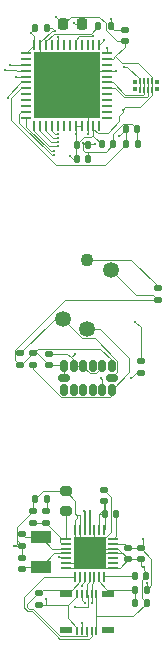
<source format=gbr>
%TF.GenerationSoftware,KiCad,Pcbnew,9.0.0*%
%TF.CreationDate,2025-03-13T15:41:23-04:00*%
%TF.ProjectId,IngestibleCapsule-Board,496e6765-7374-4696-926c-654361707375,rev?*%
%TF.SameCoordinates,Original*%
%TF.FileFunction,Copper,L1,Top*%
%TF.FilePolarity,Positive*%
%FSLAX46Y46*%
G04 Gerber Fmt 4.6, Leading zero omitted, Abs format (unit mm)*
G04 Created by KiCad (PCBNEW 9.0.0) date 2025-03-13 15:41:23*
%MOMM*%
%LPD*%
G01*
G04 APERTURE LIST*
G04 Aperture macros list*
%AMRoundRect*
0 Rectangle with rounded corners*
0 $1 Rounding radius*
0 $2 $3 $4 $5 $6 $7 $8 $9 X,Y pos of 4 corners*
0 Add a 4 corners polygon primitive as box body*
4,1,4,$2,$3,$4,$5,$6,$7,$8,$9,$2,$3,0*
0 Add four circle primitives for the rounded corners*
1,1,$1+$1,$2,$3*
1,1,$1+$1,$4,$5*
1,1,$1+$1,$6,$7*
1,1,$1+$1,$8,$9*
0 Add four rect primitives between the rounded corners*
20,1,$1+$1,$2,$3,$4,$5,0*
20,1,$1+$1,$4,$5,$6,$7,0*
20,1,$1+$1,$6,$7,$8,$9,0*
20,1,$1+$1,$8,$9,$2,$3,0*%
G04 Aperture macros list end*
%TA.AperFunction,SMDPad,CuDef*%
%ADD10RoundRect,0.140000X-0.170000X0.140000X-0.170000X-0.140000X0.170000X-0.140000X0.170000X0.140000X0*%
%TD*%
%TA.AperFunction,SMDPad,CuDef*%
%ADD11RoundRect,0.140000X0.170000X-0.140000X0.170000X0.140000X-0.170000X0.140000X-0.170000X-0.140000X0*%
%TD*%
%TA.AperFunction,SMDPad,CuDef*%
%ADD12RoundRect,0.135000X0.135000X0.185000X-0.135000X0.185000X-0.135000X-0.185000X0.135000X-0.185000X0*%
%TD*%
%TA.AperFunction,SMDPad,CuDef*%
%ADD13RoundRect,0.140000X-0.140000X-0.170000X0.140000X-0.170000X0.140000X0.170000X-0.140000X0.170000X0*%
%TD*%
%TA.AperFunction,ComponentPad*%
%ADD14C,1.350000*%
%TD*%
%TA.AperFunction,ComponentPad*%
%ADD15C,1.100000*%
%TD*%
%TA.AperFunction,SMDPad,CuDef*%
%ADD16RoundRect,0.135000X-0.185000X0.135000X-0.185000X-0.135000X0.185000X-0.135000X0.185000X0.135000X0*%
%TD*%
%TA.AperFunction,SMDPad,CuDef*%
%ADD17R,0.220000X0.700000*%
%TD*%
%TA.AperFunction,SMDPad,CuDef*%
%ADD18R,1.000000X0.500000*%
%TD*%
%TA.AperFunction,SMDPad,CuDef*%
%ADD19RoundRect,0.225000X-0.225000X-0.250000X0.225000X-0.250000X0.225000X0.250000X-0.225000X0.250000X0*%
%TD*%
%TA.AperFunction,SMDPad,CuDef*%
%ADD20RoundRect,0.140000X0.140000X0.170000X-0.140000X0.170000X-0.140000X-0.170000X0.140000X-0.170000X0*%
%TD*%
%TA.AperFunction,SMDPad,CuDef*%
%ADD21RoundRect,0.050000X-0.362500X-0.050000X0.362500X-0.050000X0.362500X0.050000X-0.362500X0.050000X0*%
%TD*%
%TA.AperFunction,SMDPad,CuDef*%
%ADD22RoundRect,0.050000X-0.050000X-0.362500X0.050000X-0.362500X0.050000X0.362500X-0.050000X0.362500X0*%
%TD*%
%TA.AperFunction,HeatsinkPad*%
%ADD23R,2.700000X2.700000*%
%TD*%
%TA.AperFunction,SMDPad,CuDef*%
%ADD24RoundRect,0.200000X0.275000X-0.200000X0.275000X0.200000X-0.275000X0.200000X-0.275000X-0.200000X0*%
%TD*%
%TA.AperFunction,SMDPad,CuDef*%
%ADD25RoundRect,0.135000X0.185000X-0.135000X0.185000X0.135000X-0.185000X0.135000X-0.185000X-0.135000X0*%
%TD*%
%TA.AperFunction,SMDPad,CuDef*%
%ADD26RoundRect,0.135000X-0.135000X-0.185000X0.135000X-0.185000X0.135000X0.185000X-0.135000X0.185000X0*%
%TD*%
%TA.AperFunction,SMDPad,CuDef*%
%ADD27R,0.380000X0.300000*%
%TD*%
%TA.AperFunction,SMDPad,CuDef*%
%ADD28R,0.200000X0.520000*%
%TD*%
%TA.AperFunction,SMDPad,CuDef*%
%ADD29RoundRect,0.062500X-0.375000X-0.062500X0.375000X-0.062500X0.375000X0.062500X-0.375000X0.062500X0*%
%TD*%
%TA.AperFunction,SMDPad,CuDef*%
%ADD30RoundRect,0.062500X-0.062500X-0.375000X0.062500X-0.375000X0.062500X0.375000X-0.062500X0.375000X0*%
%TD*%
%TA.AperFunction,HeatsinkPad*%
%ADD31R,5.600000X5.600000*%
%TD*%
%TA.AperFunction,SMDPad,CuDef*%
%ADD32R,1.800000X1.000000*%
%TD*%
%TA.AperFunction,SMDPad,CuDef*%
%ADD33RoundRect,0.150000X-0.150000X0.325000X-0.150000X-0.325000X0.150000X-0.325000X0.150000X0.325000X0*%
%TD*%
%TA.AperFunction,SMDPad,CuDef*%
%ADD34RoundRect,0.150000X-0.325000X0.150000X-0.325000X-0.150000X0.325000X-0.150000X0.325000X0.150000X0*%
%TD*%
%TA.AperFunction,SMDPad,CuDef*%
%ADD35RoundRect,0.147500X-0.147500X-0.172500X0.147500X-0.172500X0.147500X0.172500X-0.147500X0.172500X0*%
%TD*%
%TA.AperFunction,ViaPad*%
%ADD36C,0.250000*%
%TD*%
%TA.AperFunction,Conductor*%
%ADD37C,0.200000*%
%TD*%
%TA.AperFunction,Conductor*%
%ADD38C,0.100000*%
%TD*%
G04 APERTURE END LIST*
D10*
%TO.P,C19,1*%
%TO.N,SPI_VDD*%
X104550000Y-114145000D03*
%TO.P,C19,2*%
%TO.N,SPI_GND*%
X104550000Y-115105000D03*
%TD*%
%TO.P,C18,1*%
%TO.N,SPI_VDD*%
X103500000Y-114140000D03*
%TO.P,C18,2*%
%TO.N,SPI_GND*%
X103500000Y-115100000D03*
%TD*%
D11*
%TO.P,C13,1*%
%TO.N,I2C_VDD*%
X106000000Y-93130000D03*
%TO.P,C13,2*%
%TO.N,I2C_GND*%
X106000000Y-92170000D03*
%TD*%
D12*
%TO.P,R10,1*%
%TO.N,SPI_VDD*%
X105090000Y-117700000D03*
%TO.P,R10,2*%
%TO.N,Net-(U5-RSTN)*%
X104070000Y-117700000D03*
%TD*%
D13*
%TO.P,C5,1*%
%TO.N,+3.3V*%
X95620000Y-70100000D03*
%TO.P,C5,2*%
%TO.N,GND*%
X96580000Y-70100000D03*
%TD*%
%TO.P,C9,1*%
%TO.N,+3.3V*%
X99140000Y-81200000D03*
%TO.P,C9,2*%
%TO.N,GND*%
X100100000Y-81200000D03*
%TD*%
D14*
%TO.P,U2,1,SDA*%
%TO.N,/SEN_I2C_SDA*%
X100000000Y-95600000D03*
%TO.P,U2,2,VDD*%
%TO.N,I2C_VDD*%
X102065000Y-90615000D03*
D15*
%TO.P,U2,3,GND*%
%TO.N,I2C_GND*%
X100000000Y-89760000D03*
D14*
%TO.P,U2,4,SCL*%
%TO.N,/SEN_I2C_SCL*%
X97935000Y-94745000D03*
%TD*%
D11*
%TO.P,C20,1*%
%TO.N,Net-(U5-AVDD_1V)*%
X101425000Y-110205000D03*
%TO.P,C20,2*%
%TO.N,SPI_GND*%
X101425000Y-109245000D03*
%TD*%
D16*
%TO.P,R5,1*%
%TO.N,I2C_GND*%
X104550000Y-98330000D03*
%TO.P,R5,2*%
%TO.N,Net-(U3-SDO{slash}ADDR)*%
X104550000Y-99350000D03*
%TD*%
D13*
%TO.P,C17,1*%
%TO.N,Net-(U5-RSTN)*%
X104090000Y-118800000D03*
%TO.P,C17,2*%
%TO.N,SPI_GND*%
X105050000Y-118800000D03*
%TD*%
D11*
%TO.P,C23,1*%
%TO.N,Net-(U5-PLL_TUNE)*%
X95400000Y-112010000D03*
%TO.P,C23,2*%
%TO.N,SPI_GND*%
X95400000Y-111050000D03*
%TD*%
D17*
%TO.P,J4,1,1*%
%TO.N,SPI_GND*%
X100800001Y-118050001D03*
%TO.P,J4,2,2*%
%TO.N,/SPI_MISO*%
X100399999Y-118050001D03*
%TO.P,J4,3,3*%
%TO.N,/SPI_MOSI*%
X100000000Y-118050001D03*
%TO.P,J4,4,4*%
%TO.N,/MEM_CS*%
X99600001Y-118050001D03*
%TO.P,J4,5,5*%
%TO.N,SPI_VDD*%
X99199999Y-118050001D03*
%TO.P,J4,6,6*%
%TO.N,SPI_GND*%
X100800001Y-121149999D03*
%TO.P,J4,7,7*%
%TO.N,/RF_IRQ*%
X100399999Y-121149999D03*
%TO.P,J4,8,8*%
%TO.N,/RF_CS*%
X100000000Y-121149999D03*
%TO.P,J4,9,9*%
%TO.N,/SPI_SCK*%
X99600001Y-121149999D03*
%TO.P,J4,10,10*%
%TO.N,SPI_VDD*%
X99199999Y-121149999D03*
D18*
%TO.P,J4,P1*%
%TO.N,N/C*%
X101749996Y-118100000D03*
%TO.P,J4,P2*%
X98250004Y-118100000D03*
%TO.P,J4,P3*%
X101749996Y-121100000D03*
%TO.P,J4,P4*%
X98250004Y-121100000D03*
%TD*%
D11*
%TO.P,C12,1*%
%TO.N,I2C_VDD*%
X96750000Y-98680000D03*
%TO.P,C12,2*%
%TO.N,I2C_GND*%
X96750000Y-97720000D03*
%TD*%
D19*
%TO.P,C10,1*%
%TO.N,+3.3V*%
X98000000Y-69800000D03*
%TO.P,C10,2*%
%TO.N,GND*%
X99550000Y-69800000D03*
%TD*%
D20*
%TO.P,C22,1*%
%TO.N,Net-(C22-Pad1)*%
X96580000Y-110000000D03*
%TO.P,C22,2*%
%TO.N,SPI_GND*%
X95620000Y-110000000D03*
%TD*%
D21*
%TO.P,U5,1,BIAS*%
%TO.N,Net-(U5-BIAS)*%
X98262500Y-113425000D03*
%TO.P,U5,2,PLL_TUNE*%
%TO.N,Net-(U5-PLL_TUNE)*%
X98262500Y-113825000D03*
%TO.P,U5,3,XTAL_C1*%
%TO.N,Net-(U5-XTAL_C1)*%
X98262500Y-114225000D03*
%TO.P,U5,4,XTAL_C2*%
%TO.N,Net-(U5-XTAL_C2)*%
X98262500Y-114625000D03*
%TO.P,U5,5,AVDD_3V*%
%TO.N,SPI_VDD*%
X98262500Y-115025000D03*
%TO.P,U5,6,GND*%
%TO.N,SPI_GND*%
X98262500Y-115425000D03*
%TO.P,U5,7,SHUTDOWN*%
X98262500Y-115825000D03*
D22*
%TO.P,U5,8,IRQ*%
%TO.N,/RF_IRQ*%
X99025000Y-116587500D03*
%TO.P,U5,9,CSN*%
%TO.N,/RF_CS*%
X99425000Y-116587500D03*
%TO.P,U5,10,SCK*%
%TO.N,/SPI_SCK*%
X99825000Y-116587500D03*
%TO.P,U5,11,MOSI*%
%TO.N,/SPI_MOSI*%
X100225000Y-116587500D03*
%TO.P,U5,12,MISO*%
%TO.N,/SPI_MISO*%
X100625000Y-116587500D03*
%TO.P,U5,13,RSTN*%
%TO.N,Net-(U5-RSTN)*%
X101025000Y-116587500D03*
%TO.P,U5,14,DVDD_1V8*%
%TO.N,Net-(U5-DVDD_1V8)*%
X101425000Y-116587500D03*
D21*
%TO.P,U5,15,RES*%
%TO.N,SPI_GND*%
X102187500Y-115825000D03*
%TO.P,U5,16,XTAL_CLK*%
%TO.N,unconnected-(U5-XTAL_CLK-Pad16)*%
X102187500Y-115425000D03*
%TO.P,U5,17,PLL_CLK*%
%TO.N,unconnected-(U5-PLL_CLK-Pad17)*%
X102187500Y-115025000D03*
%TO.P,U5,18,RES*%
%TO.N,SPI_GND*%
X102187500Y-114625000D03*
%TO.P,U5,19,RES*%
X102187500Y-114225000D03*
%TO.P,U5,20,DVDD_3V*%
%TO.N,SPI_VDD*%
X102187500Y-113825000D03*
%TO.P,U5,21,REG_OUT*%
%TO.N,Net-(U5-REG_OUT)*%
X102187500Y-113425000D03*
D22*
%TO.P,U5,22,DVDD_1V*%
%TO.N,Net-(U5-AVDD_1V)*%
X101425000Y-112662500D03*
%TO.P,U5,23,AVDD_1V*%
X101025000Y-112662500D03*
%TO.P,U5,24,GND*%
%TO.N,SPI_GND*%
X100625000Y-112662500D03*
%TO.P,U5,25,RFN*%
%TO.N,/RF Transceiver/RFN*%
X100225000Y-112662500D03*
%TO.P,U5,26,RFP*%
%TO.N,/RF Transceiver/RFP*%
X99825000Y-112662500D03*
%TO.P,U5,27,GND*%
%TO.N,SPI_GND*%
X99425000Y-112662500D03*
%TO.P,U5,28,GND*%
X99025000Y-112662500D03*
D23*
%TO.P,U5,29,GND*%
X100225000Y-114625000D03*
%TD*%
D13*
%TO.P,C8,1*%
%TO.N,+3.3V*%
X99140000Y-80075000D03*
%TO.P,C8,2*%
%TO.N,GND*%
X100100000Y-80075000D03*
%TD*%
%TO.P,C21,1*%
%TO.N,Net-(U5-DVDD_1V8)*%
X104070000Y-116550000D03*
%TO.P,C21,2*%
%TO.N,SPI_GND*%
X105030000Y-116550000D03*
%TD*%
%TO.P,C11,1*%
%TO.N,/Processor/NRST*%
X103320000Y-78700000D03*
%TO.P,C11,2*%
%TO.N,GND*%
X104280000Y-78700000D03*
%TD*%
D11*
%TO.P,C15,1*%
%TO.N,Net-(U5-XTAL_C2)*%
X94500000Y-115980000D03*
%TO.P,C15,2*%
%TO.N,SPI_GND*%
X94500000Y-115020000D03*
%TD*%
D24*
%TO.P,R11,1*%
%TO.N,Net-(U5-BIAS)*%
X98200000Y-111025000D03*
%TO.P,R11,2*%
%TO.N,SPI_GND*%
X98200000Y-109375000D03*
%TD*%
D16*
%TO.P,R7,1*%
%TO.N,I2C_VDD*%
X95450000Y-97680000D03*
%TO.P,R7,2*%
%TO.N,/SEN_I2C_SDA*%
X95450000Y-98700000D03*
%TD*%
D11*
%TO.P,C6,1*%
%TO.N,+3.3V*%
X103200000Y-71280000D03*
%TO.P,C6,2*%
%TO.N,GND*%
X103200000Y-70320000D03*
%TD*%
D13*
%TO.P,C7,1*%
%TO.N,+3.3V*%
X101260000Y-80000000D03*
%TO.P,C7,2*%
%TO.N,GND*%
X102220000Y-80000000D03*
%TD*%
D25*
%TO.P,R6,1*%
%TO.N,I2C_VDD*%
X94350000Y-98710000D03*
%TO.P,R6,2*%
%TO.N,/SEN_I2C_SCL*%
X94350000Y-97690000D03*
%TD*%
%TO.P,R9,1*%
%TO.N,SPI_VDD*%
X95950000Y-119010000D03*
%TO.P,R9,2*%
%TO.N,/RF_CS*%
X95950000Y-117990000D03*
%TD*%
D26*
%TO.P,R3,1*%
%TO.N,/Processor/NRST*%
X103300000Y-80000000D03*
%TO.P,R3,2*%
%TO.N,GND*%
X104320000Y-80000000D03*
%TD*%
D27*
%TO.P,J2,*%
%TO.N,*%
X104035000Y-74720000D03*
X104035000Y-75280000D03*
X105965000Y-74720000D03*
X105965000Y-75280000D03*
D28*
%TO.P,J2,1,1*%
%TO.N,GND*%
X104475000Y-74610000D03*
X104475000Y-75390000D03*
%TO.P,J2,2,2*%
%TO.N,/MCU_I2C_SCL*%
X104825000Y-74610000D03*
X104825000Y-75390000D03*
%TO.P,J2,3,3*%
%TO.N,/MCU_I2C_SDA*%
X105175000Y-74610000D03*
X105175000Y-75390000D03*
%TO.P,J2,4,4*%
%TO.N,+3.3V*%
X105525000Y-74610000D03*
X105525000Y-75390000D03*
%TD*%
D25*
%TO.P,R12,1*%
%TO.N,Net-(U5-PLL_TUNE)*%
X96550000Y-112070000D03*
%TO.P,R12,2*%
%TO.N,Net-(C22-Pad1)*%
X96550000Y-111050000D03*
%TD*%
D29*
%TO.P,U1,1,VBAT*%
%TO.N,+3.3V*%
X94862500Y-72250000D03*
%TO.P,U1,2,PC13*%
%TO.N,unconnected-(U1-PC13-Pad2)*%
X94862500Y-72750000D03*
%TO.P,U1,3,PC14*%
%TO.N,Net-(U1-PC14)*%
X94862500Y-73250000D03*
%TO.P,U1,4,PC15*%
%TO.N,Net-(U1-PC15)*%
X94862500Y-73750000D03*
%TO.P,U1,5,PF0*%
%TO.N,Net-(U1-PF0)*%
X94862500Y-74250000D03*
%TO.P,U1,6,PF1*%
%TO.N,Net-(U1-PF1)*%
X94862500Y-74750000D03*
%TO.P,U1,7,PG10*%
%TO.N,/Processor/NRST*%
X94862500Y-75250000D03*
%TO.P,U1,8,PA0*%
%TO.N,unconnected-(U1-PA0-Pad8)*%
X94862500Y-75750000D03*
%TO.P,U1,9,PA1*%
%TO.N,unconnected-(U1-PA1-Pad9)*%
X94862500Y-76250000D03*
%TO.P,U1,10,PA2*%
%TO.N,unconnected-(U1-PA2-Pad10)*%
X94862500Y-76750000D03*
%TO.P,U1,11,PA3*%
%TO.N,/MCU_RF_IRQ*%
X94862500Y-77250000D03*
%TO.P,U1,12,PA4*%
%TO.N,/MCU_RF_CS*%
X94862500Y-77750000D03*
D30*
%TO.P,U1,13,PA5*%
%TO.N,/MCU_SPI_SCK*%
X95550000Y-78437500D03*
%TO.P,U1,14,PA6*%
%TO.N,/MCU_SPI_MISO*%
X96050000Y-78437500D03*
%TO.P,U1,15,PA7*%
%TO.N,/MCU_SPI_MOSI*%
X96550000Y-78437500D03*
%TO.P,U1,16,PC4*%
%TO.N,/MCU_MEM_CS*%
X97050000Y-78437500D03*
%TO.P,U1,17,PB0*%
%TO.N,unconnected-(U1-PB0-Pad17)*%
X97550000Y-78437500D03*
%TO.P,U1,18,PB1*%
%TO.N,unconnected-(U1-PB1-Pad18)*%
X98050000Y-78437500D03*
%TO.P,U1,19,PB2*%
%TO.N,unconnected-(U1-PB2-Pad19)*%
X98550000Y-78437500D03*
%TO.P,U1,20,VREF+*%
%TO.N,+3.3V*%
X99050000Y-78437500D03*
%TO.P,U1,21,VDDA*%
X99550000Y-78437500D03*
%TO.P,U1,22,PB10*%
%TO.N,GND*%
X100050000Y-78437500D03*
%TO.P,U1,23,VDD*%
%TO.N,+3.3V*%
X100550000Y-78437500D03*
%TO.P,U1,24,PB11*%
%TO.N,unconnected-(U1-PB11-Pad24)*%
X101050000Y-78437500D03*
D29*
%TO.P,U1,25,PB12*%
%TO.N,unconnected-(U1-PB12-Pad25)*%
X101737500Y-77750000D03*
%TO.P,U1,26,PB13*%
%TO.N,unconnected-(U1-PB13-Pad26)*%
X101737500Y-77250000D03*
%TO.P,U1,27,PB14*%
%TO.N,unconnected-(U1-PB14-Pad27)*%
X101737500Y-76750000D03*
%TO.P,U1,28,PB15*%
%TO.N,unconnected-(U1-PB15-Pad28)*%
X101737500Y-76250000D03*
%TO.P,U1,29,PC6*%
%TO.N,unconnected-(U1-PC6-Pad29)*%
X101737500Y-75750000D03*
%TO.P,U1,30,PA8*%
%TO.N,/MCU_I2C_SDA*%
X101737500Y-75250000D03*
%TO.P,U1,31,PA9*%
%TO.N,/MCU_I2C_SCL*%
X101737500Y-74750000D03*
%TO.P,U1,32,PA10*%
%TO.N,unconnected-(U1-PA10-Pad32)*%
X101737500Y-74250000D03*
%TO.P,U1,33,PA11*%
%TO.N,GND*%
X101737500Y-73750000D03*
%TO.P,U1,34,PA12*%
%TO.N,unconnected-(U1-PA12-Pad34)*%
X101737500Y-73250000D03*
%TO.P,U1,35,VDD*%
%TO.N,+3.3V*%
X101737500Y-72750000D03*
%TO.P,U1,36,PA13*%
%TO.N,/Processor/SWDIO*%
X101737500Y-72250000D03*
D30*
%TO.P,U1,37,PA14*%
%TO.N,/Processor/SWCLK*%
X101050000Y-71562500D03*
%TO.P,U1,38,PA15*%
%TO.N,unconnected-(U1-PA15-Pad38)*%
X100550000Y-71562500D03*
%TO.P,U1,39,PC10*%
%TO.N,unconnected-(U1-PC10-Pad39)*%
X100050000Y-71562500D03*
%TO.P,U1,40,PC11*%
%TO.N,unconnected-(U1-PC11-Pad40)*%
X99550000Y-71562500D03*
%TO.P,U1,41,PB3*%
%TO.N,/Processor/SWO*%
X99050000Y-71562500D03*
%TO.P,U1,42,PB4*%
%TO.N,unconnected-(U1-PB4-Pad42)*%
X98550000Y-71562500D03*
%TO.P,U1,43,PB5*%
%TO.N,unconnected-(U1-PB5-Pad43)*%
X98050000Y-71562500D03*
%TO.P,U1,44,PB6*%
%TO.N,/Processor/LED_OUT*%
X97550000Y-71562500D03*
%TO.P,U1,45,PB7*%
%TO.N,unconnected-(U1-PB7-Pad45)*%
X97050000Y-71562500D03*
%TO.P,U1,46,PB8*%
%TO.N,/Processor/BOOT0*%
X96550000Y-71562500D03*
%TO.P,U1,47,PB9*%
%TO.N,GND*%
X96050000Y-71562500D03*
%TO.P,U1,48,VDD*%
%TO.N,+3.3V*%
X95550000Y-71562500D03*
D31*
%TO.P,U1,49,VSS*%
%TO.N,GND*%
X98300000Y-75000000D03*
%TD*%
D10*
%TO.P,C16,1*%
%TO.N,Net-(U5-XTAL_C1)*%
X94500000Y-113020000D03*
%TO.P,C16,2*%
%TO.N,SPI_GND*%
X94500000Y-113980000D03*
%TD*%
D32*
%TO.P,Y3,1,1*%
%TO.N,Net-(U5-XTAL_C2)*%
X96100000Y-115750000D03*
%TO.P,Y3,2,2*%
%TO.N,Net-(U5-XTAL_C1)*%
X96100000Y-113250000D03*
%TD*%
D33*
%TO.P,U3,1,Vdd_I/O*%
%TO.N,I2C_VDD*%
X102100000Y-98750000D03*
%TO.P,U3,2,GND*%
%TO.N,I2C_GND*%
X101300000Y-98750000D03*
%TO.P,U3,3,RES*%
%TO.N,unconnected-(U3-RES-Pad3)*%
X100500000Y-98750000D03*
%TO.P,U3,4,GND*%
%TO.N,I2C_GND*%
X99700000Y-98750000D03*
%TO.P,U3,5,GND*%
X98900000Y-98750000D03*
%TO.P,U3,6,Vs*%
%TO.N,I2C_VDD*%
X98100000Y-98750000D03*
D34*
%TO.P,U3,7,~{CS}*%
X98100000Y-99750000D03*
D33*
%TO.P,U3,8,INT1*%
%TO.N,unconnected-(U3-INT1-Pad8)*%
X98100000Y-100750000D03*
%TO.P,U3,9,INT2*%
%TO.N,unconnected-(U3-INT2-Pad9)*%
X98900000Y-100750000D03*
%TO.P,U3,10,NC*%
%TO.N,unconnected-(U3-NC-Pad10)*%
X99700000Y-100750000D03*
%TO.P,U3,11,RES*%
%TO.N,unconnected-(U3-RES-Pad11)*%
X100500000Y-100750000D03*
%TO.P,U3,12,SDO/ADDR*%
%TO.N,Net-(U3-SDO{slash}ADDR)*%
X101300000Y-100750000D03*
%TO.P,U3,13,SDA/SDI/SDIO*%
%TO.N,/SEN_I2C_SDA*%
X102100000Y-100750000D03*
D34*
%TO.P,U3,14,SCL/SCLK*%
%TO.N,/SEN_I2C_SCL*%
X102100000Y-99750000D03*
%TD*%
D26*
%TO.P,R2,1*%
%TO.N,/Processor/BOOT0*%
X100980000Y-70000000D03*
%TO.P,R2,2*%
%TO.N,GND*%
X102000000Y-70000000D03*
%TD*%
D35*
%TO.P,L1,1*%
%TO.N,Net-(U5-AVDD_1V)*%
X101530000Y-111250000D03*
%TO.P,L1,2*%
%TO.N,Net-(U5-REG_OUT)*%
X102500000Y-111250000D03*
%TD*%
D36*
%TO.N,Net-(U1-PF0)*%
X94000000Y-74250000D03*
%TO.N,GND*%
X100400000Y-76850000D03*
X99700000Y-79850000D03*
X100650000Y-80000000D03*
X97300000Y-70350000D03*
X103150000Y-73400000D03*
X100050000Y-79125000D03*
X102000000Y-69350000D03*
X98900000Y-69750000D03*
X102450000Y-73750000D03*
X97300000Y-76900000D03*
%TO.N,Net-(U1-PC14)*%
X93500000Y-73300000D03*
%TO.N,Net-(U1-PC15)*%
X93100000Y-73700000D03*
%TO.N,+3.3V*%
X97400000Y-69200000D03*
X98600000Y-81000000D03*
X95250000Y-70550000D03*
X103025000Y-77100000D03*
X99050000Y-79125000D03*
%TO.N,/Processor/NRST*%
X102750000Y-79300000D03*
%TO.N,/Processor/LED_OUT*%
X97550000Y-70925000D03*
%TO.N,/Processor/SWO*%
X100550000Y-70850000D03*
%TO.N,/Processor/SWDIO*%
X101737500Y-71850000D03*
%TO.N,/Processor/SWCLK*%
X101450000Y-71150000D03*
%TO.N,Net-(U1-PF1)*%
X93312500Y-76085000D03*
%TO.N,Net-(U3-SDO{slash}ADDR)*%
X103750000Y-99750000D03*
X101150000Y-99750000D03*
%TO.N,/RF Transceiver/RFP*%
X99790000Y-111060000D03*
%TO.N,/RF Transceiver/RFN*%
X100230000Y-111040000D03*
%TO.N,I2C_GND*%
X104100000Y-95000000D03*
X98975000Y-97700000D03*
%TO.N,/MCU_SPI_MOSI*%
X97544408Y-79449447D03*
%TO.N,/MCU_MEM_CS*%
X97564136Y-79100000D03*
%TO.N,/MCU_SPI_MISO*%
X97550000Y-79800000D03*
%TO.N,/MCU_RF_IRQ*%
X97230545Y-80919455D03*
%TO.N,/MCU_RF_CS*%
X97250000Y-80550000D03*
%TO.N,/MCU_SPI_SCK*%
X97550000Y-80150003D03*
%TO.N,SPI_GND*%
X104840000Y-115770000D03*
X93850000Y-114025000D03*
%TO.N,SPI_VDD*%
X97600000Y-114952500D03*
X104762500Y-113437500D03*
X105075000Y-117150000D03*
X96550000Y-118475000D03*
%TO.N,/SPI_MOSI*%
X98975000Y-119200000D03*
%TO.N,/MEM_CS*%
X99825000Y-118850000D03*
%TO.N,/SPI_MISO*%
X100400000Y-118850000D03*
%TO.N,/SPI_SCK*%
X99625000Y-117350000D03*
X99600000Y-120475000D03*
%TD*%
D37*
%TO.N,/RF Transceiver/RFP*%
X99825000Y-111095000D02*
X99825000Y-112662500D01*
X99790000Y-111060000D02*
X99825000Y-111095000D01*
%TO.N,/RF Transceiver/RFN*%
X100225000Y-111045000D02*
X100225000Y-112662500D01*
X100230000Y-111040000D02*
X100225000Y-111045000D01*
D38*
%TO.N,Net-(U1-PF0)*%
X94862500Y-74250000D02*
X94000000Y-74250000D01*
%TO.N,GND*%
X104280000Y-78700000D02*
X104280000Y-79400000D01*
X100175000Y-80000000D02*
X100650000Y-80000000D01*
X99850000Y-80000000D02*
X100025000Y-80000000D01*
X99700000Y-79850000D02*
X99750000Y-79900000D01*
X96050000Y-72750000D02*
X98300000Y-75000000D01*
X96050000Y-71562500D02*
X96050000Y-72750000D01*
X103055584Y-78239000D02*
X103819000Y-78239000D01*
X102320000Y-70320000D02*
X102000000Y-70000000D01*
X99550000Y-73750000D02*
X98300000Y-75000000D01*
X99700000Y-79850000D02*
X99850000Y-80000000D01*
X97050000Y-70100000D02*
X97300000Y-70350000D01*
X104280000Y-79400000D02*
X104280000Y-79960000D01*
X103425000Y-73400000D02*
X104475000Y-74450000D01*
X103200000Y-70320000D02*
X102320000Y-70320000D01*
X102000000Y-70000000D02*
X102000000Y-69350000D01*
X100050000Y-76750000D02*
X98300000Y-75000000D01*
X100100000Y-80600000D02*
X101620000Y-80600000D01*
X99550000Y-69800000D02*
X98950000Y-69800000D01*
X100050000Y-78437500D02*
X100050000Y-76750000D01*
X99700000Y-79850000D02*
X99700000Y-80500000D01*
X100025000Y-80000000D02*
X100100000Y-80075000D01*
X103819000Y-78239000D02*
X104280000Y-78700000D01*
X104475000Y-74450000D02*
X104475000Y-74610000D01*
X102450000Y-73750000D02*
X101737500Y-73750000D01*
X104475000Y-75390000D02*
X104475000Y-74610000D01*
X101620000Y-80600000D02*
X102220000Y-80000000D01*
X97021334Y-70350000D02*
X96050000Y-71321334D01*
X100100000Y-80075000D02*
X100175000Y-80000000D01*
X98950000Y-69800000D02*
X98900000Y-69750000D01*
X99700000Y-80500000D02*
X99800000Y-80600000D01*
X102220000Y-80000000D02*
X102220000Y-79074584D01*
X101737500Y-73750000D02*
X99550000Y-73750000D01*
X100050000Y-79125000D02*
X100050000Y-78437500D01*
X102220000Y-79074584D02*
X103055584Y-78239000D01*
X97300000Y-70350000D02*
X97021334Y-70350000D01*
X96050000Y-71321334D02*
X96050000Y-71562500D01*
X100100000Y-81200000D02*
X100100000Y-80600000D01*
X96580000Y-70100000D02*
X97050000Y-70100000D01*
X99800000Y-80600000D02*
X100100000Y-80600000D01*
X103150000Y-73400000D02*
X103425000Y-73400000D01*
X104280000Y-79960000D02*
X104320000Y-80000000D01*
%TO.N,Net-(U1-PC14)*%
X94050000Y-73250000D02*
X94862500Y-73250000D01*
X94000000Y-73300000D02*
X94050000Y-73250000D01*
X93500000Y-73300000D02*
X94000000Y-73300000D01*
%TO.N,Net-(U1-PC15)*%
X93100000Y-73700000D02*
X94000000Y-73700000D01*
X94000000Y-73700000D02*
X94050000Y-73750000D01*
X94050000Y-73750000D02*
X94862500Y-73750000D01*
%TO.N,+3.3V*%
X105525000Y-75834256D02*
X104495556Y-76863700D01*
X99250000Y-79890000D02*
X99140000Y-80000000D01*
X103025000Y-77100000D02*
X103025000Y-77275000D01*
X105525000Y-74250000D02*
X104351300Y-73076300D01*
X104351300Y-73076300D02*
X102976300Y-73076300D01*
X101579000Y-69692792D02*
X101579000Y-70307208D01*
X98626000Y-69174000D02*
X101060208Y-69174000D01*
X98800000Y-81200000D02*
X98600000Y-81000000D01*
X103200000Y-71724999D02*
X103200000Y-71280000D01*
X100550000Y-79200000D02*
X100350000Y-79400000D01*
X105525000Y-74610000D02*
X105525000Y-74250000D01*
X99175000Y-79965000D02*
X99140000Y-80000000D01*
X95550000Y-70850000D02*
X95250000Y-70550000D01*
X103025000Y-77275000D02*
X102750000Y-77550000D01*
X94862500Y-72250000D02*
X95550000Y-71562500D01*
X102551792Y-71280000D02*
X103200000Y-71280000D01*
X102412499Y-72512499D02*
X103200000Y-71724999D01*
X105525000Y-75390000D02*
X105525000Y-75834256D01*
X101774000Y-79026000D02*
X100897334Y-79026000D01*
X102750000Y-77550000D02*
X102750000Y-78050000D01*
X100897334Y-79026000D02*
X100550000Y-78678666D01*
X99185000Y-79965000D02*
X99175000Y-79965000D01*
X100550000Y-79290000D02*
X101260000Y-80000000D01*
X99050000Y-78437500D02*
X99050000Y-79125000D01*
X101737500Y-72750000D02*
X102174999Y-72750000D01*
X99050000Y-79125000D02*
X99050000Y-81110000D01*
X95550000Y-71562500D02*
X95550000Y-70850000D01*
X99550000Y-78437500D02*
X99050000Y-78437500D01*
X99050000Y-81110000D02*
X99140000Y-81200000D01*
X95250000Y-70470000D02*
X95250000Y-70550000D01*
X102174999Y-72750000D02*
X102412499Y-72512499D01*
X103025000Y-77100000D02*
X103000000Y-77100000D01*
X99140000Y-81200000D02*
X98800000Y-81200000D01*
X101579000Y-70307208D02*
X102551792Y-71280000D01*
X99750000Y-79400000D02*
X99185000Y-79965000D01*
X100550000Y-78437500D02*
X100550000Y-79200000D01*
X102750000Y-78050000D02*
X101774000Y-79026000D01*
X102976300Y-73076300D02*
X102412499Y-72512499D01*
X98000000Y-69800000D02*
X98626000Y-69174000D01*
X101060208Y-69174000D02*
X101579000Y-69692792D01*
X100350000Y-79400000D02*
X99750000Y-79400000D01*
X105525000Y-74610000D02*
X105525000Y-75390000D01*
X100550000Y-79200000D02*
X100550000Y-79290000D01*
X95620000Y-70100000D02*
X95250000Y-70470000D01*
X104495556Y-76863700D02*
X103261300Y-76863700D01*
X103261300Y-76863700D02*
X103025000Y-77100000D01*
X100550000Y-78678666D02*
X100550000Y-78437500D01*
X98000000Y-69800000D02*
X97400000Y-69200000D01*
X99140000Y-80000000D02*
X99140000Y-80075000D01*
%TO.N,/Processor/NRST*%
X97400000Y-81750000D02*
X101550000Y-81750000D01*
X93600000Y-76075001D02*
X94425001Y-75250000D01*
X103320000Y-78700000D02*
X103320000Y-79980000D01*
X103320000Y-79980000D02*
X103300000Y-80000000D01*
X93575000Y-77425000D02*
X93600000Y-77400000D01*
X93550000Y-77450000D02*
X93550000Y-77900000D01*
X93600000Y-77400000D02*
X93600000Y-76075001D01*
X93575000Y-77425000D02*
X93550000Y-77450000D01*
X93550000Y-77900000D02*
X97400000Y-81750000D01*
X94425001Y-75250000D02*
X94862500Y-75250000D01*
X103320000Y-78730000D02*
X103320000Y-78700000D01*
X101550000Y-81750000D02*
X103300000Y-80000000D01*
X102750000Y-79300000D02*
X103320000Y-78730000D01*
%TO.N,Net-(U5-XTAL_C2)*%
X97225000Y-114625000D02*
X96100000Y-115750000D01*
X94730000Y-115750000D02*
X94500000Y-115980000D01*
X96100000Y-115750000D02*
X94730000Y-115750000D01*
X98262500Y-114625000D02*
X97225000Y-114625000D01*
%TO.N,Net-(U5-XTAL_C1)*%
X97075000Y-114225000D02*
X96100000Y-113250000D01*
X94730000Y-113250000D02*
X94500000Y-113020000D01*
X96100000Y-113250000D02*
X94730000Y-113250000D01*
X98262500Y-114225000D02*
X97075000Y-114225000D01*
%TO.N,Net-(U5-RSTN)*%
X101025000Y-117000000D02*
X101725000Y-117700000D01*
X104070000Y-117770000D02*
X104090000Y-117790000D01*
X101725000Y-117700000D02*
X104070000Y-117700000D01*
X104070000Y-117700000D02*
X104070000Y-117770000D01*
X101025000Y-116587500D02*
X101025000Y-117000000D01*
X104090000Y-117790000D02*
X104090000Y-118800000D01*
%TO.N,Net-(U5-AVDD_1V)*%
X101530000Y-111250000D02*
X101530000Y-112557500D01*
X101530000Y-110310000D02*
X101425000Y-110205000D01*
X101530000Y-111250000D02*
X101025000Y-111250000D01*
X101025000Y-111250000D02*
X101025000Y-112662500D01*
X101425000Y-110850000D02*
X101425000Y-110205000D01*
X101530000Y-112557500D02*
X101425000Y-112662500D01*
X101025000Y-111250000D02*
X101425000Y-110850000D01*
X101530000Y-111250000D02*
X101530000Y-110310000D01*
%TO.N,Net-(U5-DVDD_1V8)*%
X101462500Y-116550000D02*
X101425000Y-116587500D01*
X104070000Y-116550000D02*
X101462500Y-116550000D01*
%TO.N,Net-(C22-Pad1)*%
X96580000Y-110000000D02*
X96580000Y-111020000D01*
X96580000Y-111020000D02*
X96550000Y-111050000D01*
%TO.N,Net-(U5-PLL_TUNE)*%
X96550000Y-112070000D02*
X97699000Y-113219000D01*
X96490000Y-112010000D02*
X96550000Y-112070000D01*
X95400000Y-112010000D02*
X96490000Y-112010000D01*
X97699000Y-113674000D02*
X97850000Y-113825000D01*
X97850000Y-113825000D02*
X98262500Y-113825000D01*
X97699000Y-113219000D02*
X97699000Y-113674000D01*
%TO.N,/Processor/LED_OUT*%
X97550000Y-71562500D02*
X97550000Y-70925000D01*
%TO.N,/Processor/SWO*%
X99050000Y-71125001D02*
X99325001Y-70850000D01*
X99325001Y-70850000D02*
X100550000Y-70850000D01*
X99050000Y-71562500D02*
X99050000Y-71125001D01*
%TO.N,/Processor/SWDIO*%
X101737500Y-72250000D02*
X101737500Y-71850000D01*
%TO.N,/Processor/SWCLK*%
X101050000Y-71562500D02*
X101050000Y-71550000D01*
X101050000Y-71550000D02*
X101450000Y-71150000D01*
%TO.N,Net-(U5-REG_OUT)*%
X102500000Y-111250000D02*
X102500000Y-113112500D01*
X102500000Y-113112500D02*
X102187500Y-113425000D01*
%TO.N,Net-(U1-PF1)*%
X93312500Y-76085000D02*
X93312500Y-75862501D01*
X93312500Y-75862501D02*
X94425001Y-74750000D01*
X94425001Y-74750000D02*
X94862500Y-74750000D01*
%TO.N,/Processor/BOOT0*%
X100354000Y-70626000D02*
X100980000Y-70000000D01*
X96550000Y-71261677D02*
X97185677Y-70626000D01*
X97185677Y-70626000D02*
X100354000Y-70626000D01*
X96550000Y-71562500D02*
X96550000Y-71261677D01*
%TO.N,Net-(U3-SDO{slash}ADDR)*%
X101300000Y-100750000D02*
X101300000Y-99900000D01*
X104550000Y-99350000D02*
X104150000Y-99350000D01*
X101300000Y-99900000D02*
X101150000Y-99750000D01*
X104150000Y-99350000D02*
X103750000Y-99750000D01*
%TO.N,Net-(U5-BIAS)*%
X98262500Y-111087500D02*
X98200000Y-111025000D01*
X98262500Y-113425000D02*
X98262500Y-111087500D01*
%TO.N,/MCU_I2C_SCL*%
X104775000Y-75800000D02*
X103224999Y-75800000D01*
X102174999Y-74750000D02*
X101737500Y-74750000D01*
X104825000Y-75750000D02*
X104775000Y-75800000D01*
X104825000Y-75390000D02*
X104825000Y-75750000D01*
X104825000Y-74610000D02*
X104825000Y-75390000D01*
X103224999Y-75800000D02*
X102174999Y-74750000D01*
%TO.N,/MCU_I2C_SDA*%
X105175000Y-75900000D02*
X105175000Y-75390000D01*
X103141743Y-76001000D02*
X105074000Y-76001000D01*
X101737500Y-75250000D02*
X102390743Y-75250000D01*
X105074000Y-76001000D02*
X105175000Y-75900000D01*
X102390743Y-75250000D02*
X103141743Y-76001000D01*
X105175000Y-75390000D02*
X105175000Y-74610000D01*
%TO.N,I2C_GND*%
X106000000Y-92170000D02*
X106000000Y-92000000D01*
X106000000Y-92000000D02*
X103760000Y-89760000D01*
X100778836Y-99376000D02*
X100221164Y-99376000D01*
X96750000Y-97720000D02*
X98344999Y-97720000D01*
X100221164Y-99376000D02*
X99700000Y-98854836D01*
X98900000Y-98275001D02*
X98900000Y-98750000D01*
X98649999Y-98025001D02*
X98900000Y-98275001D01*
X104550000Y-98330000D02*
X104550000Y-95450000D01*
X103760000Y-89760000D02*
X100000000Y-89760000D01*
X98344999Y-97720000D02*
X98649999Y-98025001D01*
X101300000Y-98750000D02*
X101300000Y-98854836D01*
X101300000Y-98854836D02*
X100778836Y-99376000D01*
X104550000Y-95450000D02*
X104100000Y-95000000D01*
X98975000Y-97700000D02*
X98649999Y-98025001D01*
X99700000Y-98750000D02*
X98900000Y-98750000D01*
X99700000Y-98854836D02*
X99700000Y-98750000D01*
%TO.N,I2C_VDD*%
X98181792Y-93130000D02*
X93879000Y-97432792D01*
X94350000Y-98710000D02*
X94420000Y-98710000D01*
X95841000Y-97289000D02*
X95450000Y-97680000D01*
X96750000Y-98680000D02*
X98030000Y-98680000D01*
X102100000Y-98275001D02*
X101113999Y-97289000D01*
X98100000Y-98750000D02*
X98100000Y-99750000D01*
X104160000Y-92710000D02*
X102065000Y-90615000D01*
X93879000Y-98239000D02*
X94350000Y-98710000D01*
X102100000Y-98750000D02*
X102100000Y-98275001D01*
X95750000Y-97680000D02*
X96750000Y-98680000D01*
X101113999Y-97289000D02*
X95841000Y-97289000D01*
X94420000Y-98710000D02*
X95450000Y-97680000D01*
X105580000Y-92710000D02*
X104160000Y-92710000D01*
X106000000Y-93130000D02*
X105580000Y-92710000D01*
X98030000Y-98680000D02*
X98100000Y-98750000D01*
X95450000Y-97680000D02*
X95750000Y-97680000D01*
X106000000Y-93130000D02*
X98181792Y-93130000D01*
X93879000Y-97432792D02*
X93879000Y-98239000D01*
%TO.N,/SEN_I2C_SDA*%
X101100000Y-95600000D02*
X100000000Y-95600000D01*
X95450000Y-98700000D02*
X95450000Y-99004836D01*
X101948999Y-101376000D02*
X102100000Y-101224999D01*
X103550000Y-98050000D02*
X101100000Y-95600000D01*
X102100000Y-100750000D02*
X103550000Y-99300000D01*
X103550000Y-99300000D02*
X103550000Y-98050000D01*
X95450000Y-99004836D02*
X97821164Y-101376000D01*
X102100000Y-101224999D02*
X102100000Y-100750000D01*
X97821164Y-101376000D02*
X101948999Y-101376000D01*
%TO.N,/SEN_I2C_SCL*%
X102100000Y-99750000D02*
X102551000Y-99299000D01*
X100680836Y-96426000D02*
X99616000Y-96426000D01*
X94350000Y-97690000D02*
X97295000Y-94745000D01*
X102551000Y-99299000D02*
X102551000Y-98296164D01*
X97295000Y-94745000D02*
X97935000Y-94745000D01*
X99616000Y-96426000D02*
X97935000Y-94745000D01*
X102551000Y-98296164D02*
X100680836Y-96426000D01*
%TO.N,/MCU_SPI_MOSI*%
X97124448Y-79449447D02*
X97544408Y-79449447D01*
X96550000Y-78437500D02*
X96550000Y-78874999D01*
X96550000Y-78874999D02*
X97124448Y-79449447D01*
%TO.N,/MCU_MEM_CS*%
X97564136Y-79100000D02*
X97275001Y-79100000D01*
X97275001Y-79100000D02*
X97050000Y-78874999D01*
X97050000Y-78874999D02*
X97050000Y-78437500D01*
%TO.N,/MCU_SPI_MISO*%
X96050000Y-78874999D02*
X96975001Y-79800000D01*
X96975001Y-79800000D02*
X97550000Y-79800000D01*
X96050000Y-78437500D02*
X96050000Y-78874999D01*
%TO.N,/MCU_RF_IRQ*%
X94425001Y-77250000D02*
X94274000Y-77401001D01*
X94862500Y-77250000D02*
X94425001Y-77250000D01*
X94274000Y-78186922D02*
X97006533Y-80919455D01*
X97006533Y-80919455D02*
X97230545Y-80919455D01*
X94274000Y-77401001D02*
X94274000Y-78186922D01*
%TO.N,/MCU_RF_CS*%
X94862500Y-78491166D02*
X96921334Y-80550000D01*
X96921334Y-80550000D02*
X97250000Y-80550000D01*
X94862500Y-77750000D02*
X94862500Y-78491166D01*
%TO.N,/MCU_SPI_SCK*%
X95550000Y-78437500D02*
X95550000Y-78874999D01*
X95550000Y-78874999D02*
X96825004Y-80150003D01*
X96825004Y-80150003D02*
X97550000Y-80150003D01*
%TO.N,SPI_GND*%
X99425000Y-115425000D02*
X100225000Y-114625000D01*
X94039000Y-113519000D02*
X94039000Y-112411000D01*
X99425000Y-112662500D02*
X99425000Y-113825000D01*
X99025000Y-113425000D02*
X100225000Y-114625000D01*
X102775000Y-115825000D02*
X103500000Y-115100000D01*
X104840000Y-116015000D02*
X105030000Y-116205000D01*
X100800001Y-119950000D02*
X100800001Y-118050001D01*
X104669000Y-118419000D02*
X104669000Y-116911000D01*
X103025000Y-114625000D02*
X103500000Y-115100000D01*
X94500000Y-113980000D02*
X94039000Y-113519000D01*
X102187500Y-115825000D02*
X101425000Y-115825000D01*
X104840000Y-115770000D02*
X104695000Y-115770000D01*
X102187500Y-115825000D02*
X102775000Y-115825000D01*
X99425000Y-113825000D02*
X100225000Y-114625000D01*
X102187500Y-114225000D02*
X100625000Y-114225000D01*
X100625000Y-112662500D02*
X100625000Y-114225000D01*
X96245000Y-109375000D02*
X95620000Y-110000000D01*
X100625000Y-114225000D02*
X100225000Y-114625000D01*
X102187500Y-114225000D02*
X102625000Y-114225000D01*
X99025000Y-115825000D02*
X100225000Y-114625000D01*
X103500000Y-115100000D02*
X104545000Y-115100000D01*
X93895000Y-113980000D02*
X93850000Y-114025000D01*
X104669000Y-116911000D02*
X105030000Y-116550000D01*
X99425000Y-112662500D02*
X99425000Y-111376552D01*
X99025000Y-110200000D02*
X98200000Y-109375000D01*
X102054000Y-109874000D02*
X102054000Y-112796000D01*
X102625000Y-114225000D02*
X103500000Y-115100000D01*
X98262500Y-115825000D02*
X99025000Y-115825000D01*
X104545000Y-115100000D02*
X104550000Y-115105000D01*
X99151552Y-111648448D02*
X99151552Y-111376552D01*
X94500000Y-113980000D02*
X93895000Y-113980000D01*
X104550000Y-115625000D02*
X104550000Y-115105000D01*
X99151552Y-111376552D02*
X99025000Y-111250000D01*
X101425000Y-115825000D02*
X100225000Y-114625000D01*
X98262500Y-115425000D02*
X99425000Y-115425000D01*
X104695000Y-115770000D02*
X104550000Y-115625000D01*
X102187500Y-114625000D02*
X100225000Y-114625000D01*
X95400000Y-111050000D02*
X95400000Y-110220000D01*
X103900000Y-119950000D02*
X105050000Y-118800000D01*
X100800001Y-119950000D02*
X103900000Y-119950000D01*
X105030000Y-116205000D02*
X105030000Y-116550000D01*
X99025000Y-112662500D02*
X99025000Y-111775000D01*
X94500000Y-115020000D02*
X94500000Y-113980000D01*
X104840000Y-115770000D02*
X104840000Y-116015000D01*
X102054000Y-112796000D02*
X100225000Y-114625000D01*
X98200000Y-109375000D02*
X96245000Y-109375000D01*
X99025000Y-112662500D02*
X99025000Y-113425000D01*
X100800001Y-121149999D02*
X100800001Y-119950000D01*
X102187500Y-114625000D02*
X103025000Y-114625000D01*
X99025000Y-111775000D02*
X99151552Y-111648448D01*
X95400000Y-110220000D02*
X95620000Y-110000000D01*
X105050000Y-118800000D02*
X104669000Y-118419000D01*
X101425000Y-109245000D02*
X102054000Y-109874000D01*
X94039000Y-112411000D02*
X95400000Y-111050000D01*
X94039000Y-113519000D02*
X94039000Y-113836000D01*
X94039000Y-113836000D02*
X93850000Y-114025000D01*
X99425000Y-111376552D02*
X99151552Y-111376552D01*
%TO.N,SPI_VDD*%
X97702500Y-114952500D02*
X97775000Y-115025000D01*
X103615000Y-114145000D02*
X104550000Y-114145000D01*
X98563502Y-118838502D02*
X99199999Y-118202005D01*
X103610000Y-114140000D02*
X103615000Y-114145000D01*
X103185000Y-113825000D02*
X103500000Y-114140000D01*
X98400000Y-120110000D02*
X98400000Y-119002004D01*
X105090000Y-117700000D02*
X105461000Y-117329000D01*
X96525000Y-119010000D02*
X98392004Y-119010000D01*
X105090000Y-117165000D02*
X105075000Y-117150000D01*
X104762500Y-113932500D02*
X104550000Y-114145000D01*
X102187500Y-113825000D02*
X103185000Y-113825000D01*
X95950000Y-119010000D02*
X96525000Y-119010000D01*
X104762500Y-113437500D02*
X104762500Y-113932500D01*
X97775000Y-115025000D02*
X98262500Y-115025000D01*
X96525000Y-118500000D02*
X96550000Y-118475000D01*
X105461000Y-115056000D02*
X104550000Y-114145000D01*
X105090000Y-117700000D02*
X105090000Y-117165000D01*
X98392004Y-119010000D02*
X98563502Y-118838502D01*
X105461000Y-117329000D02*
X105461000Y-115056000D01*
X99199999Y-121149999D02*
X99199999Y-120909999D01*
X99199999Y-118202005D02*
X99199999Y-118050001D01*
X103500000Y-114140000D02*
X103610000Y-114140000D01*
X96525000Y-119010000D02*
X96525000Y-118500000D01*
X99199999Y-120909999D02*
X98400000Y-120110000D01*
X97600000Y-114952500D02*
X97702500Y-114952500D01*
%TO.N,/SPI_MOSI*%
X98975000Y-119200000D02*
X100125000Y-119200000D01*
X100225000Y-116587500D02*
X100225000Y-117000000D01*
X100225000Y-117000000D02*
X100000000Y-117225000D01*
X100125000Y-119200000D02*
X100125000Y-118175001D01*
X100125000Y-118175001D02*
X100000000Y-118050001D01*
X100000000Y-117225000D02*
X100000000Y-118050001D01*
%TO.N,/MEM_CS*%
X99825000Y-118825000D02*
X99600001Y-118600001D01*
X99600001Y-118600001D02*
X99600001Y-118050001D01*
X99825000Y-118850000D02*
X99825000Y-118825000D01*
%TO.N,/SPI_MISO*%
X100400000Y-118850000D02*
X100400000Y-118488912D01*
X100399999Y-118488911D02*
X100399999Y-118050001D01*
X100400000Y-118488912D02*
X100399999Y-118488911D01*
X100399999Y-117225001D02*
X100399999Y-118050001D01*
X100625000Y-117000000D02*
X100399999Y-117225001D01*
X100625000Y-116587500D02*
X100625000Y-117000000D01*
%TO.N,/RF_IRQ*%
X95342744Y-119527000D02*
X95143933Y-119527000D01*
X96387500Y-116587500D02*
X99025000Y-116587500D01*
X94698000Y-119247580D02*
X94698000Y-119247579D01*
X94698000Y-118873000D02*
X94698000Y-118852421D01*
X94698000Y-119081067D02*
X94698000Y-119018933D01*
X94698000Y-118852421D02*
X94698000Y-118277000D01*
X100032257Y-121851999D02*
X100032256Y-121851999D01*
X94977420Y-119527000D02*
X94859677Y-119409257D01*
X94977421Y-119527000D02*
X94977420Y-119527000D01*
X97549999Y-121734255D02*
X95342744Y-119527000D01*
X99865744Y-121851999D02*
X97834255Y-121851999D01*
X94815744Y-119365323D02*
X94698000Y-119247580D01*
X97676999Y-121851999D02*
X97667742Y-121851999D01*
X94698000Y-119247579D02*
X94698000Y-119081067D01*
X94698000Y-118277000D02*
X96387500Y-116587500D01*
X97549999Y-121734256D02*
X97549999Y-121734255D01*
X95143933Y-119527000D02*
X94977421Y-119527000D01*
X100399999Y-121149999D02*
X100399999Y-121599999D01*
X100399999Y-121599999D02*
X100147999Y-121851999D01*
X94698000Y-119018933D02*
X94698000Y-118873000D01*
X97667742Y-121851999D02*
X97667743Y-121851999D01*
X97834255Y-121851999D02*
X97676999Y-121851999D01*
X97667743Y-121851999D02*
X97549999Y-121734256D01*
X94815743Y-119365323D02*
X94815744Y-119365323D01*
X100147999Y-121851999D02*
X100032257Y-121851999D01*
X94859677Y-119409257D02*
X94815743Y-119365323D01*
X100032256Y-121851999D02*
X99865744Y-121851999D01*
%TO.N,/RF_CS*%
X99425000Y-116587500D02*
X99425000Y-117000000D01*
X96241000Y-117699000D02*
X95950000Y-117990000D01*
X97750999Y-121650999D02*
X95426000Y-119326000D01*
X100000000Y-121149999D02*
X100000000Y-121599999D01*
X95426000Y-119326000D02*
X95060677Y-119326000D01*
X100000000Y-121599999D02*
X99949000Y-121650999D01*
X95844677Y-117990000D02*
X95950000Y-117990000D01*
X94899000Y-119164323D02*
X94899000Y-118935677D01*
X99425000Y-117000000D02*
X98726000Y-117699000D01*
X94899000Y-118935677D02*
X95844677Y-117990000D01*
X95060677Y-119326000D02*
X94899000Y-119164323D01*
X98726000Y-117699000D02*
X96241000Y-117699000D01*
X99949000Y-121650999D02*
X97750999Y-121650999D01*
%TO.N,/SPI_SCK*%
X99625000Y-117200000D02*
X99625000Y-117350000D01*
X99825000Y-117000000D02*
X99625000Y-117200000D01*
X99825000Y-116587500D02*
X99825000Y-117000000D01*
X99600001Y-121149999D02*
X99600000Y-120475000D01*
%TO.N,SPI_GND*%
X99025000Y-111250000D02*
X99025000Y-110200000D01*
%TD*%
M02*

</source>
